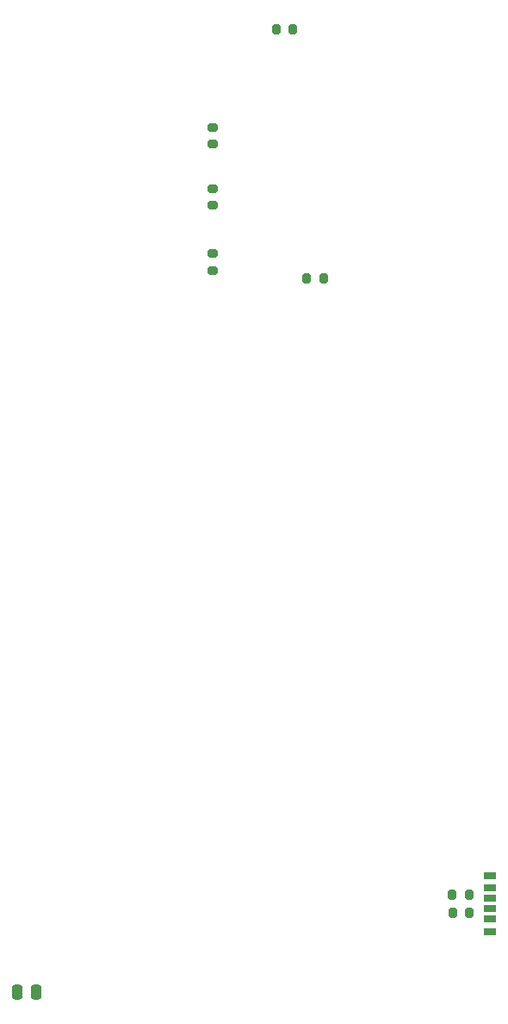
<source format=gbr>
%TF.GenerationSoftware,KiCad,Pcbnew,7.0.8*%
%TF.CreationDate,2024-08-01T15:22:41+02:00*%
%TF.ProjectId,Pflanzensensor,32303234-3036-4303-965f-50666c616e7a,rev?*%
%TF.SameCoordinates,Original*%
%TF.FileFunction,Paste,Top*%
%TF.FilePolarity,Positive*%
%FSLAX46Y46*%
G04 Gerber Fmt 4.6, Leading zero omitted, Abs format (unit mm)*
G04 Created by KiCad (PCBNEW 7.0.8) date 2024-08-01 15:22:41*
%MOMM*%
%LPD*%
G01*
G04 APERTURE LIST*
G04 Aperture macros list*
%AMRoundRect*
0 Rectangle with rounded corners*
0 $1 Rounding radius*
0 $2 $3 $4 $5 $6 $7 $8 $9 X,Y pos of 4 corners*
0 Add a 4 corners polygon primitive as box body*
4,1,4,$2,$3,$4,$5,$6,$7,$8,$9,$2,$3,0*
0 Add four circle primitives for the rounded corners*
1,1,$1+$1,$2,$3*
1,1,$1+$1,$4,$5*
1,1,$1+$1,$6,$7*
1,1,$1+$1,$8,$9*
0 Add four rect primitives between the rounded corners*
20,1,$1+$1,$2,$3,$4,$5,0*
20,1,$1+$1,$4,$5,$6,$7,0*
20,1,$1+$1,$6,$7,$8,$9,0*
20,1,$1+$1,$8,$9,$2,$3,0*%
G04 Aperture macros list end*
%ADD10RoundRect,0.200000X0.200000X0.275000X-0.200000X0.275000X-0.200000X-0.275000X0.200000X-0.275000X0*%
%ADD11RoundRect,0.200000X-0.275000X0.200000X-0.275000X-0.200000X0.275000X-0.200000X0.275000X0.200000X0*%
%ADD12RoundRect,0.200000X-0.200000X-0.275000X0.200000X-0.275000X0.200000X0.275000X-0.200000X0.275000X0*%
%ADD13RoundRect,0.250000X0.250000X0.475000X-0.250000X0.475000X-0.250000X-0.475000X0.250000X-0.475000X0*%
%ADD14R,1.200000X0.700000*%
%ADD15R,1.200000X0.760000*%
%ADD16R,1.200000X0.800000*%
G04 APERTURE END LIST*
D10*
%TO.C,R5*%
X83585000Y-119095000D03*
X81935000Y-119095000D03*
%TD*%
D11*
%TO.C,RY1*%
X58369005Y-48000746D03*
X58369005Y-49650746D03*
%TD*%
D10*
%TO.C,R1*%
X66244005Y-32350746D03*
X64594005Y-32350746D03*
%TD*%
D11*
%TO.C,RR1*%
X58369005Y-41975746D03*
X58369005Y-43625746D03*
%TD*%
D10*
%TO.C,R6*%
X83560000Y-117320000D03*
X81910000Y-117320000D03*
%TD*%
D12*
%TO.C,R2*%
X67594005Y-56850746D03*
X69244005Y-56850746D03*
%TD*%
D13*
%TO.C,C2*%
X41019005Y-126925746D03*
X39119005Y-126925746D03*
%TD*%
D14*
%TO.C,Vin*%
X85580000Y-118720000D03*
D15*
X85580000Y-116700000D03*
D16*
X85580000Y-115470000D03*
D14*
X85580000Y-117720000D03*
D15*
X85580000Y-119740000D03*
D16*
X85580000Y-120970000D03*
%TD*%
D11*
%TO.C,RG1*%
X58369005Y-54375746D03*
X58369005Y-56025746D03*
%TD*%
M02*

</source>
